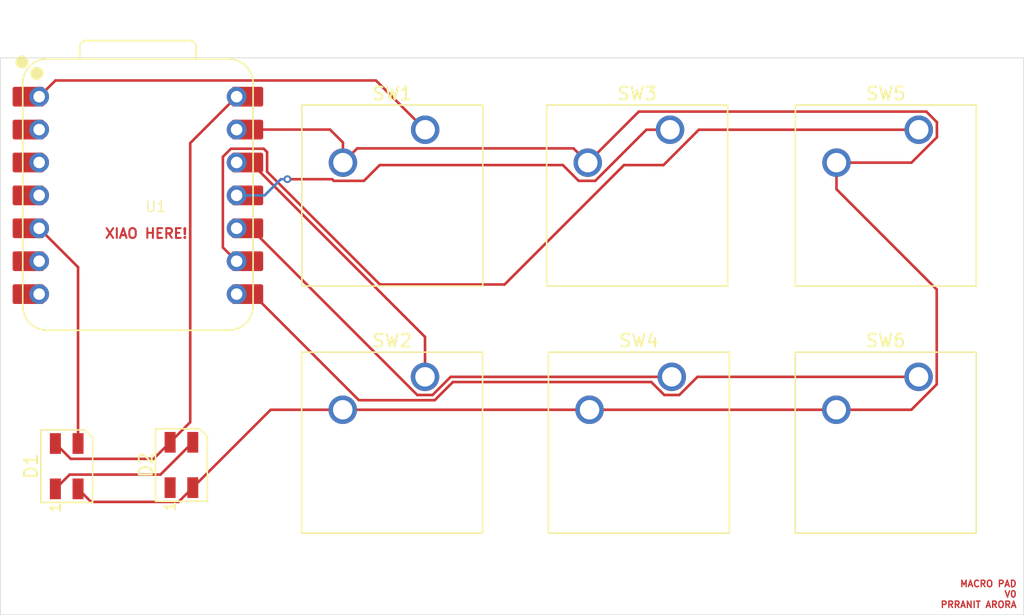
<source format=kicad_pcb>
(kicad_pcb (version 20241229) (generator "pcbnew") (generator_version "9.0")
  (layers (0 "F.Cu" signal) (2 "B.Cu" signal) (13 "F.Paste" user) (15 "B.Paste" user) (5 "F.SilkS" user "F.Silkscreen") (7 "B.SilkS" user "B.Silkscreen") (1 "F.Mask" user) (3 "B.Mask" user) (25 "Edge.Cuts" user))
  (net 0 "")
  (net 1 "Net-(D1-DIN)")
  (net 2 "GND")
  (net 3 "+5V")
  (net 4 "Net-(D1-DOUT)")
  (net 6 "Net-(U1-GPIO26{slash}ADC0{slash}A0)")
  (net 7 "Net-(U1-3V3)")
  (net 8 "Net-(U1-GPIO3{slash}MOSI)")
  (net 9 "Net-(U1-GPIO4{slash}MISO)")
  (net 10 "Net-(U1-GPIO2{slash}SCK)")
  (net 11 "Net-(U1-GPIO1{slash}RX)")
  (footprint "LED_SMD:LED_SK6812MINI_PLCC4_3.5x3.5mm_P1.75mm" (layer "F.Cu") (at 128.98125 124.92925 90)
    (property "Reference" "D2" (at 0 -2.75 90) (layer "F.SilkS"))
    (property "Value" "SK6812MINI")
    (fp_line (start -2.8 -2) (end 2.8 -2) (stroke (width 0.12)) (layer "F.SilkS"))
    (fp_line (start -2.8 -2) (end -2.8 2) (stroke (width 0.12)) (layer "F.SilkS"))
    (fp_line (start 2.8 1.4) (end 2.8 -2) (stroke (width 0.12)) (layer "F.SilkS"))
    (fp_line (start 2.8 1.4) (end 2.2 2) (stroke (width 0.12)) (layer "F.SilkS"))
    (fp_line (start -2.8 2) (end 2.2 2) (stroke (width 0.12)) (layer "F.SilkS"))
    (fp_text user "1" (at -3.2 -0.875 90) (layer "F.SilkS") (effects (font (size 0.8 0.8))))
    (pad "1" smd rect (at -1.75 -0.875 90) (size 1.6 0.85) (layers "F.Cu" "F.Mask" "F.Paste"))
    (pad "2" smd rect (at -1.75 0.875 90) (size 1.6 0.85) (layers "F.Cu" "F.Mask" "F.Paste") (net 2 "GND"))
    (pad "3" smd rect (at 1.75 0.875 90) (size 1.6 0.85) (layers "F.Cu" "F.Mask" "F.Paste") (net 4 "Net-(D1-DOUT)"))
    (pad "4" smd rect (at 1.75 -0.875 90) (size 1.6 0.85) (layers "F.Cu" "F.Mask" "F.Paste") (net 3 "+5V"))
  )
  (footprint "Button_Switch_Keyboard:SW_Cherry_MX_1.00u_PCB" (layer "F.Cu") (at 166.69625 99.05125)
    (property "Reference" "SW3" (at -2.54 -2.794 0) (layer "F.SilkS"))
    (property "Value" "SW_Push")
    (fp_line (start -9.525 -1.905) (end 4.445 -1.905) (stroke (width 0.12)) (layer "F.SilkS"))
    (fp_line (start -9.525 12.065) (end -9.525 -1.905) (stroke (width 0.12)) (layer "F.SilkS"))
    (fp_line (start 4.445 -1.905) (end 4.445 12.065) (stroke (width 0.12)) (layer "F.SilkS"))
    (fp_line (start 4.445 12.065) (end -9.525 12.065) (stroke (width 0.12)) (layer "F.SilkS"))
    (pad "" np_thru_hole circle (at -7.62 5.08) (size 1.7 1.7) (drill 1.7) (layers "*.Cu" "*.Mask"))
    (pad "" np_thru_hole circle (at -2.54 5.08) (size 4 4) (drill 4) (layers "*.Cu" "*.Mask"))
    (pad "" np_thru_hole circle (at 2.54 5.08) (size 1.7 1.7) (drill 1.7) (layers "*.Cu" "*.Mask"))
    (pad "1" thru_hole circle (at 0 0) (size 2.2 2.2) (drill 1.5) (layers "*.Cu" "*.Mask") (net 8 "Net-(U1-GPIO3{slash}MOSI)"))
    (pad "2" thru_hole circle (at -6.35 2.54) (size 2.2 2.2) (drill 1.5) (layers "*.Cu" "*.Mask") (net 2 "GND"))
  )
  (footprint "Button_Switch_Keyboard:SW_Cherry_MX_1.00u_PCB" (layer "F.Cu") (at 147.79625 99.05125)
    (property "Reference" "SW1" (at -2.54 -2.794 0) (layer "F.SilkS"))
    (property "Value" "SW_Push")
    (fp_line (start -9.525 -1.905) (end 4.445 -1.905) (stroke (width 0.12)) (layer "F.SilkS"))
    (fp_line (start -9.525 12.065) (end -9.525 -1.905) (stroke (width 0.12)) (layer "F.SilkS"))
    (fp_line (start 4.445 -1.905) (end 4.445 12.065) (stroke (width 0.12)) (layer "F.SilkS"))
    (fp_line (start 4.445 12.065) (end -9.525 12.065) (stroke (width 0.12)) (layer "F.SilkS"))
    (pad "" np_thru_hole circle (at -7.62 5.08) (size 1.7 1.7) (drill 1.7) (layers "*.Cu" "*.Mask"))
    (pad "" np_thru_hole circle (at -2.54 5.08) (size 4 4) (drill 4) (layers "*.Cu" "*.Mask"))
    (pad "" np_thru_hole circle (at 2.54 5.08) (size 1.7 1.7) (drill 1.7) (layers "*.Cu" "*.Mask"))
    (pad "1" thru_hole circle (at 0 0) (size 2.2 2.2) (drill 1.5) (layers "*.Cu" "*.Mask") (net 6 "Net-(U1-GPIO26{slash}ADC0{slash}A0)"))
    (pad "2" thru_hole circle (at -6.35 2.54) (size 2.2 2.2) (drill 1.5) (layers "*.Cu" "*.Mask") (net 2 "GND"))
  )
  (footprint "Button_Switch_Keyboard:SW_Cherry_MX_1.00u_PCB" (layer "F.Cu") (at 147.78275 118.12725)
    (property "Reference" "SW2" (at -2.54 -2.794 0) (layer "F.SilkS"))
    (property "Value" "SW_Push")
    (fp_line (start -9.525 -1.905) (end 4.445 -1.905) (stroke (width 0.12)) (layer "F.SilkS"))
    (fp_line (start -9.525 12.065) (end -9.525 -1.905) (stroke (width 0.12)) (layer "F.SilkS"))
    (fp_line (start 4.445 -1.905) (end 4.445 12.065) (stroke (width 0.12)) (layer "F.SilkS"))
    (fp_line (start 4.445 12.065) (end -9.525 12.065) (stroke (width 0.12)) (layer "F.SilkS"))
    (pad "" np_thru_hole circle (at -7.62 5.08) (size 1.7 1.7) (drill 1.7) (layers "*.Cu" "*.Mask"))
    (pad "" np_thru_hole circle (at -2.54 5.08) (size 4 4) (drill 4) (layers "*.Cu" "*.Mask"))
    (pad "" np_thru_hole circle (at 2.54 5.08) (size 1.7 1.7) (drill 1.7) (layers "*.Cu" "*.Mask"))
    (pad "1" thru_hole circle (at 0 0) (size 2.2 2.2) (drill 1.5) (layers "*.Cu" "*.Mask") (net 7 "Net-(U1-3V3)"))
    (pad "2" thru_hole circle (at -6.35 2.54) (size 2.2 2.2) (drill 1.5) (layers "*.Cu" "*.Mask") (net 2 "GND"))
  )
  (footprint "Button_Switch_Keyboard:SW_Cherry_MX_1.00u_PCB" (layer "F.Cu") (at 166.83275 118.12725)
    (property "Reference" "SW4" (at -2.54 -2.794 0) (layer "F.SilkS"))
    (property "Value" "SW_Push")
    (fp_line (start -9.525 -1.905) (end 4.445 -1.905) (stroke (width 0.12)) (layer "F.SilkS"))
    (fp_line (start -9.525 12.065) (end -9.525 -1.905) (stroke (width 0.12)) (layer "F.SilkS"))
    (fp_line (start 4.445 -1.905) (end 4.445 12.065) (stroke (width 0.12)) (layer "F.SilkS"))
    (fp_line (start 4.445 12.065) (end -9.525 12.065) (stroke (width 0.12)) (layer "F.SilkS"))
    (pad "" np_thru_hole circle (at -7.62 5.08) (size 1.7 1.7) (drill 1.7) (layers "*.Cu" "*.Mask"))
    (pad "" np_thru_hole circle (at -2.54 5.08) (size 4 4) (drill 4) (layers "*.Cu" "*.Mask"))
    (pad "" np_thru_hole circle (at 2.54 5.08) (size 1.7 1.7) (drill 1.7) (layers "*.Cu" "*.Mask"))
    (pad "1" thru_hole circle (at 0 0) (size 2.2 2.2) (drill 1.5) (layers "*.Cu" "*.Mask") (net 9 "Net-(U1-GPIO4{slash}MISO)"))
    (pad "2" thru_hole circle (at -6.35 2.54) (size 2.2 2.2) (drill 1.5) (layers "*.Cu" "*.Mask") (net 2 "GND"))
  )
  (footprint "LED_SMD:LED_SK6812MINI_PLCC4_3.5x3.5mm_P1.75mm" (layer "F.Cu") (at 120.125 125.023 90)
    (property "Reference" "D1" (at 0 -2.75 90) (layer "F.SilkS"))
    (property "Value" "SK6812MINI")
    (fp_line (start -2.8 -2) (end 2.8 -2) (stroke (width 0.12)) (layer "F.SilkS"))
    (fp_line (start -2.8 -2) (end -2.8 2) (stroke (width 0.12)) (layer "F.SilkS"))
    (fp_line (start 2.8 1.4) (end 2.8 -2) (stroke (width 0.12)) (layer "F.SilkS"))
    (fp_line (start 2.8 1.4) (end 2.2 2) (stroke (width 0.12)) (layer "F.SilkS"))
    (fp_line (start -2.8 2) (end 2.2 2) (stroke (width 0.12)) (layer "F.SilkS"))
    (fp_text user "1" (at -3.2 -0.875 90) (layer "F.SilkS") (effects (font (size 0.8 0.8))))
    (pad "1" smd rect (at -1.75 -0.875 90) (size 1.6 0.85) (layers "F.Cu" "F.Mask" "F.Paste") (net 4 "Net-(D1-DOUT)"))
    (pad "2" smd rect (at -1.75 0.875 90) (size 1.6 0.85) (layers "F.Cu" "F.Mask" "F.Paste") (net 2 "GND"))
    (pad "3" smd rect (at 1.75 0.875 90) (size 1.6 0.85) (layers "F.Cu" "F.Mask" "F.Paste") (net 1 "Net-(D1-DIN)"))
    (pad "4" smd rect (at 1.75 -0.875 90) (size 1.6 0.85) (layers "F.Cu" "F.Mask" "F.Paste") (net 3 "+5V"))
  )
  (footprint "Button_Switch_Keyboard:SW_Cherry_MX_1.00u_PCB" (layer "F.Cu") (at 185.88275 118.12725)
    (property "Reference" "SW6" (at -2.54 -2.794 0) (layer "F.SilkS"))
    (property "Value" "SW_Push")
    (fp_line (start -9.525 -1.905) (end 4.445 -1.905) (stroke (width 0.12)) (layer "F.SilkS"))
    (fp_line (start -9.525 12.065) (end -9.525 -1.905) (stroke (width 0.12)) (layer "F.SilkS"))
    (fp_line (start 4.445 -1.905) (end 4.445 12.065) (stroke (width 0.12)) (layer "F.SilkS"))
    (fp_line (start 4.445 12.065) (end -9.525 12.065) (stroke (width 0.12)) (layer "F.SilkS"))
    (pad "" np_thru_hole circle (at -7.62 5.08) (size 1.7 1.7) (drill 1.7) (layers "*.Cu" "*.Mask"))
    (pad "" np_thru_hole circle (at -2.54 5.08) (size 4 4) (drill 4) (layers "*.Cu" "*.Mask"))
    (pad "" np_thru_hole circle (at 2.54 5.08) (size 1.7 1.7) (drill 1.7) (layers "*.Cu" "*.Mask"))
    (pad "1" thru_hole circle (at 0 0) (size 2.2 2.2) (drill 1.5) (layers "*.Cu" "*.Mask") (net 11 "Net-(U1-GPIO1{slash}RX)"))
    (pad "2" thru_hole circle (at -6.35 2.54) (size 2.2 2.2) (drill 1.5) (layers "*.Cu" "*.Mask") (net 2 "GND"))
  )
  (footprint "Button_Switch_Keyboard:SW_Cherry_MX_1.00u_PCB" (layer "F.Cu") (at 185.89625 99.05125)
    (property "Reference" "SW5" (at -2.54 -2.794 0) (layer "F.SilkS"))
    (property "Value" "SW_Push")
    (fp_line (start -9.525 -1.905) (end 4.445 -1.905) (stroke (width 0.12)) (layer "F.SilkS"))
    (fp_line (start -9.525 12.065) (end -9.525 -1.905) (stroke (width 0.12)) (layer "F.SilkS"))
    (fp_line (start 4.445 -1.905) (end 4.445 12.065) (stroke (width 0.12)) (layer "F.SilkS"))
    (fp_line (start 4.445 12.065) (end -9.525 12.065) (stroke (width 0.12)) (layer "F.SilkS"))
    (pad "" np_thru_hole circle (at -7.62 5.08) (size 1.7 1.7) (drill 1.7) (layers "*.Cu" "*.Mask"))
    (pad "" np_thru_hole circle (at -2.54 5.08) (size 4 4) (drill 4) (layers "*.Cu" "*.Mask"))
    (pad "" np_thru_hole circle (at 2.54 5.08) (size 1.7 1.7) (drill 1.7) (layers "*.Cu" "*.Mask"))
    (pad "1" thru_hole circle (at 0 0) (size 2.2 2.2) (drill 1.5) (layers "*.Cu" "*.Mask") (net 10 "Net-(U1-GPIO2{slash}SCK)"))
    (pad "2" thru_hole circle (at -6.35 2.54) (size 2.2 2.2) (drill 1.5) (layers "*.Cu" "*.Mask") (net 2 "GND"))
  )
  (footprint "OPL:XIAO-RP2040-DIP" (layer "F.Cu") (at 125.62 104.12)
    (property "Reference" "U1" (at 1.38 0.88 0) (layer "F.SilkS") (effects (font (size 0.8 0.8) (thickness 0.1))))
    (property "Value" "XIAO-RP2040-DIP")
    (fp_line (start -8.89 8.509) (end -8.89 -8.636) (stroke (width 0.127)) (layer "F.SilkS"))
    (fp_line (start -6.985 10.414) (end 6.985 10.414) (stroke (width 0.127)) (layer "F.SilkS"))
    (fp_line (start -4.495 -10.541) (end -4.491272 -11.451272) (stroke (width 0.127)) (layer "F.SilkS"))
    (fp_line (start -3.991272 -11.951) (end 4.004 -11.951) (stroke (width 0.127)) (layer "F.SilkS"))
    (fp_line (start 4.504 -11.451) (end 4.504 -10.541) (stroke (width 0.127)) (layer "F.SilkS"))
    (fp_line (start 6.985 -10.541) (end -6.985 -10.541) (stroke (width 0.1)) (layer "F.SilkS"))
    (fp_line (start 6.985 -10.541) (end -6.985 -10.541) (stroke (width 0.127)) (layer "F.SilkS"))
    (fp_line (start 8.89 8.509) (end 8.89 -8.636) (stroke (width 0.127)) (layer "F.SilkS"))
    (fp_arc (start -8.89 -8.636) (mid -8.332038 -9.983038) (end -6.985 -10.541) (stroke (width 0.127)) (layer "F.SilkS"))
    (fp_arc (start -6.985 10.414) (mid -8.332038 9.856038) (end -8.89 8.509) (stroke (width 0.127)) (layer "F.SilkS"))
    (fp_arc (start -4.491272 -11.451272) (mid -4.344728 -11.80464) (end -3.991272 -11.951) (stroke (width 0.127)) (layer "F.SilkS"))
    (fp_arc (start 4.004 -11.951) (mid 4.357553 -11.804553) (end 4.504 -11.451) (stroke (width 0.127)) (layer "F.SilkS"))
    (fp_arc (start 6.985 -10.541) (mid 8.332038 -9.983038) (end 8.89 -8.636) (stroke (width 0.127)) (layer "F.SilkS"))
    (fp_arc (start 8.89 8.509) (mid 8.332038 9.856038) (end 6.985 10.414) (stroke (width 0.127)) (layer "F.SilkS"))
    (fp_circle (center -8.95 -10.3) (end -8.95 -10.554) (stroke (width 0.5)) (fill yes) (layer "F.SilkS"))
    (fp_circle (center -7.807 -9.42) (end -7.807 -9.674) (stroke (width 0.5)) (fill yes) (layer "F.SilkS"))
    (pad "1" smd roundrect (at -8.455 -7.62 180) (size 2.432 1.524) (layers "F.Cu" "F.Mask") (roundrect_rratio 0.1) (net 6 "Net-(U1-GPIO26{slash}ADC0{slash}A0)"))
    (pad "1" thru_hole circle (at -7.62 -7.62 180) (size 1.524 1.524) (drill 0.889) (layers "*.Cu" "*.Mask") (net 6 "Net-(U1-GPIO26{slash}ADC0{slash}A0)"))
    (pad "2" smd roundrect (at -8.455 -5.08 180) (size 2.432 1.524) (layers "F.Cu" "F.Mask") (roundrect_rratio 0.1))
    (pad "2" thru_hole circle (at -7.62 -5.08 180) (size 1.524 1.524) (drill 0.889) (layers "*.Cu" "*.Mask"))
    (pad "3" smd roundrect (at -8.455 -2.54 180) (size 2.432 1.524) (layers "F.Cu" "F.Mask") (roundrect_rratio 0.1))
    (pad "3" thru_hole circle (at -7.62 -2.54 180) (size 1.524 1.524) (drill 0.889) (layers "*.Cu" "*.Mask"))
    (pad "4" smd roundrect (at -8.455 0 180) (size 2.432 1.524) (layers "F.Cu" "F.Mask") (roundrect_rratio 0.1))
    (pad "4" thru_hole circle (at -7.62 0 180) (size 1.524 1.524) (drill 0.889) (layers "*.Cu" "*.Mask"))
    (pad "5" smd roundrect (at -8.455 2.54 180) (size 2.432 1.524) (layers "F.Cu" "F.Mask") (roundrect_rratio 0.1) (net 1 "Net-(D1-DIN)"))
    (pad "5" thru_hole circle (at -7.62 2.54 180) (size 1.524 1.524) (drill 0.889) (layers "*.Cu" "*.Mask") (net 1 "Net-(D1-DIN)"))
    (pad "6" smd roundrect (at -8.455 5.08 180) (size 2.432 1.524) (layers "F.Cu" "F.Mask") (roundrect_rratio 0.1))
    (pad "6" thru_hole circle (at -7.62 5.08 180) (size 1.524 1.524) (drill 0.889) (layers "*.Cu" "*.Mask"))
    (pad "7" smd roundrect (at -8.455 7.62 180) (size 2.432 1.524) (layers "F.Cu" "F.Mask") (roundrect_rratio 0.1))
    (pad "7" thru_hole circle (at -7.62 7.62 180) (size 1.524 1.524) (drill 0.889) (layers "*.Cu" "*.Mask"))
    (pad "8" thru_hole circle (at 7.62 7.62) (size 1.524 1.524) (drill 0.889) (layers "*.Cu" "*.Mask") (net 11 "Net-(U1-GPIO1{slash}RX)"))
    (pad "8" smd roundrect (at 8.455 7.62) (size 2.432 1.524) (layers "F.Cu" "F.Mask") (roundrect_rratio 0.1) (net 11 "Net-(U1-GPIO1{slash}RX)"))
    (pad "9" thru_hole circle (at 7.62 5.08) (size 1.524 1.524) (drill 0.889) (layers "*.Cu" "*.Mask") (net 10 "Net-(U1-GPIO2{slash}SCK)"))
    (pad "9" smd roundrect (at 8.455 5.08) (size 2.432 1.524) (layers "F.Cu" "F.Mask") (roundrect_rratio 0.1) (net 10 "Net-(U1-GPIO2{slash}SCK)"))
    (pad "10" thru_hole circle (at 7.62 2.54) (size 1.524 1.524) (drill 0.889) (layers "*.Cu" "*.Mask") (net 9 "Net-(U1-GPIO4{slash}MISO)"))
    (pad "10" smd roundrect (at 8.455 2.54) (size 2.432 1.524) (layers "F.Cu" "F.Mask") (roundrect_rratio 0.1) (net 9 "Net-(U1-GPIO4{slash}MISO)"))
    (pad "11" thru_hole circle (at 7.62 0) (size 1.524 1.524) (drill 0.889) (layers "*.Cu" "*.Mask") (net 8 "Net-(U1-GPIO3{slash}MOSI)"))
    (pad "11" smd roundrect (at 8.455 0) (size 2.432 1.524) (layers "F.Cu" "F.Mask") (roundrect_rratio 0.1) (net 8 "Net-(U1-GPIO3{slash}MOSI)"))
    (pad "12" thru_hole circle (at 7.62 -2.54) (size 1.524 1.524) (drill 0.889) (layers "*.Cu" "*.Mask") (net 7 "Net-(U1-3V3)"))
    (pad "12" smd roundrect (at 8.455 -2.54) (size 2.432 1.524) (layers "F.Cu" "F.Mask") (roundrect_rratio 0.1) (net 7 "Net-(U1-3V3)"))
    (pad "13" thru_hole circle (at 7.62 -5.08) (size 1.524 1.524) (drill 0.889) (layers "*.Cu" "*.Mask") (net 2 "GND"))
    (pad "13" smd roundrect (at 8.455 -5.08) (size 2.432 1.524) (layers "F.Cu" "F.Mask") (roundrect_rratio 0.1) (net 2 "GND"))
    (pad "14" thru_hole circle (at 7.62 -7.62) (size 1.524 1.524) (drill 0.889) (layers "*.Cu" "*.Mask") (net 3 "+5V"))
    (pad "14" smd roundrect (at 8.455 -7.62) (size 2.432 1.524) (layers "F.Cu" "F.Mask") (roundrect_rratio 0.1) (net 3 "+5V"))
  )
  (gr_rect (start 115 93.5) (end 194 136.5) (stroke (width 0.05)) (fill no) (layer "Edge.Cuts"))
  (gr_text "MACRO PAD\nV0\nPRRANIT ARORA" (at 193.5 136 0) (layer "F.Cu") (effects (font (size 0.5 0.5) (thickness 0.1) (bold yes)) (justify right bottom)))
  (gr_text "XIAO HERE!" (at 123 107.5 0) (layer "F.Cu") (effects (font (size 0.75 0.75) (thickness 0.15) (bold yes)) (justify left bottom)))
  (segment (start 118 106.66) (end 121 109.66) (width 0.2) (layer "F.Cu") (net 1))
  (segment (start 121 109.66) (end 121 123.273) (width 0.2) (layer "F.Cu") (net 1))
  (segment (start 187.29725 99.631564) (end 185.337564 101.59125) (width 0.2) (layer "F.Cu") (net 2))
  (segment (start 140.450634 99.04) (end 133.24 99.04) (width 0.2) (layer "F.Cu") (net 2))
  (segment (start 187.29725 98.470936) (end 187.29725 99.631564) (width 0.2) (layer "F.Cu") (net 2))
  (segment (start 187.28375 118.707564) (end 187.28375 111.383566) (width 0.2) (layer "F.Cu") (net 2))
  (segment (start 128.75525 127.78025) (end 129.85625 126.67925) (width 0.2) (layer "F.Cu") (net 2))
  (segment (start 187.28375 111.383566) (end 179.54625 103.646066) (width 0.2) (layer "F.Cu") (net 2))
  (segment (start 185.324064 120.66725) (end 187.28375 118.707564) (width 0.2) (layer "F.Cu") (net 2))
  (segment (start 121 126.773) (end 122.00725 127.78025) (width 0.2) (layer "F.Cu") (net 2))
  (segment (start 160.34625 101.59125) (end 164.28725 97.65025) (width 0.2) (layer "F.Cu") (net 2))
  (segment (start 185.337564 101.59125) (end 179.54625 101.59125) (width 0.2) (layer "F.Cu") (net 2))
  (segment (start 141.44625 100.035616) (end 140.450634 99.04) (width 0.2) (layer "F.Cu") (net 2))
  (segment (start 159.246251 100.491251) (end 142.546249 100.491251) (width 0.2) (layer "F.Cu") (net 2))
  (segment (start 129.85625 126.67925) (end 135.86825 120.66725) (width 0.2) (layer "F.Cu") (net 2))
  (segment (start 186.476564 97.65025) (end 187.29725 98.470936) (width 0.2) (layer "F.Cu") (net 2))
  (segment (start 164.28725 97.65025) (end 186.476564 97.65025) (width 0.2) (layer "F.Cu") (net 2))
  (segment (start 179.53275 120.66725) (end 185.324064 120.66725) (width 0.2) (layer "F.Cu") (net 2))
  (segment (start 141.44625 101.59125) (end 141.44625 100.035616) (width 0.2) (layer "F.Cu") (net 2))
  (segment (start 135.86825 120.66725) (end 141.43275 120.66725) (width 0.2) (layer "F.Cu") (net 2))
  (segment (start 160.48275 120.66725) (end 179.53275 120.66725) (width 0.2) (layer "F.Cu") (net 2))
  (segment (start 179.54625 103.646066) (end 179.54625 101.59125) (width 0.2) (layer "F.Cu") (net 2))
  (segment (start 122.00725 127.78025) (end 128.75525 127.78025) (width 0.2) (layer "F.Cu") (net 2))
  (segment (start 141.43275 120.66725) (end 160.48275 120.66725) (width 0.2) (layer "F.Cu") (net 2))
  (segment (start 142.546249 100.491251) (end 141.44625 101.59125) (width 0.2) (layer "F.Cu") (net 2))
  (segment (start 160.34625 101.59125) (end 159.246251 100.491251) (width 0.2) (layer "F.Cu") (net 2))
  (segment (start 129.659217 100.080783) (end 129.659217 121.626283) (width 0.2) (layer "F.Cu") (net 3))
  (segment (start 120.4332 124.4562) (end 126.8293 124.4562) (width 0.2) (layer "F.Cu") (net 3))
  (segment (start 133.24 96.5) (end 129.659217 100.080783) (width 0.2) (layer "F.Cu") (net 3))
  (segment (start 126.8293 124.4562) (end 128.10625 123.17925) (width 0.2) (layer "F.Cu") (net 3))
  (segment (start 129.659217 121.626283) (end 128.10625 123.17925) (width 0.2) (layer "F.Cu") (net 3))
  (segment (start 119.25 123.273) (end 120.4332 124.4562) (width 0.2) (layer "F.Cu") (net 3))
  (segment (start 119.25 126.773) (end 120.351 125.672) (width 0.2) (layer "F.Cu") (net 4))
  (segment (start 127.3635 125.672) (end 129.85625 123.17925) (width 0.2) (layer "F.Cu") (net 4))
  (segment (start 120.351 125.672) (end 127.3635 125.672) (width 0.2) (layer "F.Cu") (net 4))
  (segment (start 119.25 95.25) (end 143.995 95.25) (width 0.2) (layer "F.Cu") (net 6))
  (segment (start 118 96.5) (end 119.25 95.25) (width 0.2) (layer "F.Cu") (net 6))
  (segment (start 143.995 95.25) (end 147.79625 99.05125) (width 0.2) (layer "F.Cu") (net 6))
  (segment (start 147.78275 118.12725) (end 147.78275 115.04512) (width 0.2) (layer "F.Cu") (net 7))
  (segment (start 147.78275 115.04512) (end 134.31763 101.58) (width 0.2) (layer "F.Cu") (net 7))
  (segment (start 134.31763 101.58) (end 133.24 101.58) (width 0.2) (layer "F.Cu") (net 7))
  (segment (start 160.922549 102.996265) (end 159.639735 102.996265) (width 0.2) (layer "F.Cu") (net 8))
  (segment (start 166.69625 99.05125) (end 164.867564 99.05125) (width 0.2) (layer "F.Cu") (net 8))
  (segment (start 164.867564 99.05125) (end 160.922549 102.996265) (width 0.2) (layer "F.Cu") (net 8))
  (segment (start 144.282434 101.78025) (end 143.066419 102.996265) (width 0.2) (layer "F.Cu") (net 8))
  (segment (start 158.42372 101.78025) (end 144.282434 101.78025) (width 0.2) (layer "F.Cu") (net 8))
  (segment (start 143.066419 102.996265) (end 140.739735 102.996265) (width 0.2) (layer "F.Cu") (net 8))
  (segment (start 159.639735 102.996265) (end 158.42372 101.78025) (width 0.2) (layer "F.Cu") (net 8))
  (segment (start 140.61347 102.87) (end 137.16 102.87) (width 0.2) (layer "F.Cu") (net 8))
  (segment (start 140.739735 102.996265) (end 140.61347 102.87) (width 0.2) (layer "F.Cu") (net 8))
  (via (at 137.16 102.87) (size 0.6) (drill 0.3) (layers "F.Cu" "B.Cu") (net 8))
  (segment (start 135.402 104.12) (end 133.24 104.12) (width 0.2) (layer "B.Cu") (net 8))
  (segment (start 137.16 102.87) (end 136.652 102.87) (width 0.2) (layer "B.Cu") (net 8))
  (segment (start 136.652 102.87) (end 135.402 104.12) (width 0.2) (layer "B.Cu") (net 8))
  (segment (start 147.18588 119.52825) (end 134.31763 106.66) (width 0.2) (layer "F.Cu") (net 9))
  (segment (start 166.83275 118.12725) (end 149.764064 118.12725) (width 0.2) (layer "F.Cu") (net 9))
  (segment (start 134.36 106.66) (end 133.24 106.66) (width 0.2) (layer "F.Cu") (net 9))
  (segment (start 148.363064 119.52825) (end 147.18588 119.52825) (width 0.2) (layer "F.Cu") (net 9))
  (segment (start 149.764064 118.12725) (end 148.363064 119.52825) (width 0.2) (layer "F.Cu") (net 9))
  (segment (start 134.31763 106.66) (end 133.24 106.66) (width 0.2) (layer "F.Cu") (net 9))
  (segment (start 132.79969 100.517) (end 132.177 101.13969) (width 0.2) (layer "F.Cu") (net 10))
  (segment (start 135.330626 100.517) (end 132.79969 100.517) (width 0.2) (layer "F.Cu") (net 10))
  (segment (start 168.91875 99.05125) (end 166.18975 101.78025) (width 0.2) (layer "F.Cu") (net 10))
  (segment (start 166.18975 101.78025) (end 163.14175 101.78025) (width 0.2) (layer "F.Cu") (net 10))
  (segment (start 153.924 110.998) (end 144.30273 110.998) (width 0.2) (layer "F.Cu") (net 10))
  (segment (start 144.30273 110.998) (end 135.592 102.28727) (width 0.2) (layer "F.Cu") (net 10))
  (segment (start 135.592 102.28727) (end 135.592 100.778374) (width 0.2) (layer "F.Cu") (net 10))
  (segment (start 185.89625 99.05125) (end 168.91875 99.05125) (width 0.2) (layer "F.Cu") (net 10))
  (segment (start 163.14175 101.78025) (end 153.924 110.998) (width 0.2) (layer "F.Cu") (net 10))
  (segment (start 132.177 101.13969) (end 132.177 108.137) (width 0.2) (layer "F.Cu") (net 10))
  (segment (start 135.592 100.778374) (end 135.330626 100.517) (width 0.2) (layer "F.Cu") (net 10))
  (segment (start 132.177 108.137) (end 133.24 109.2) (width 0.2) (layer "F.Cu") (net 10))
  (segment (start 165.252436 118.52825) (end 149.930164 118.52825) (width 0.2) (layer "F.Cu") (net 11))
  (segment (start 132.958686 111.74) (end 133.24 111.74) (width 0.2) (layer "F.Cu") (net 11))
  (segment (start 166.252436 119.52825) (end 165.252436 118.52825) (width 0.2) (layer "F.Cu") (net 11))
  (segment (start 167.413064 119.52825) (end 166.252436 119.52825) (width 0.2) (layer "F.Cu") (net 11))
  (segment (start 168.814064 118.12725) (end 167.413064 119.52825) (width 0.2) (layer "F.Cu") (net 11))
  (segment (start 142.676064 119.92925) (end 134.486814 111.74) (width 0.2) (layer "F.Cu") (net 11))
  (segment (start 185.88275 118.12725) (end 168.814064 118.12725) (width 0.2) (layer "F.Cu") (net 11))
  (segment (start 134.486814 111.74) (end 133.24 111.74) (width 0.2) (layer "F.Cu") (net 11))
  (segment (start 148.529164 119.92925) (end 142.676064 119.92925) (width 0.2) (layer "F.Cu") (net 11))
  (segment (start 149.930164 118.52825) (end 148.529164 119.92925) (width 0.2) (layer "F.Cu") (net 11))
)
</source>
